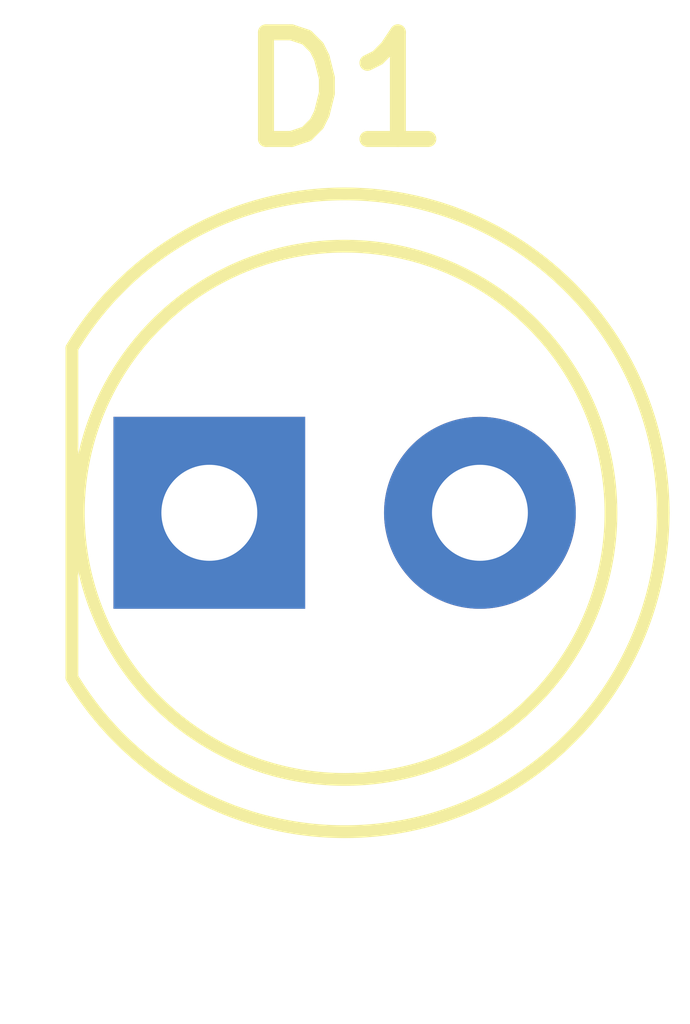
<source format=kicad_pcb>
(kicad_pcb (version 20241229) (generator "pcbnew") (generator_version "9.0")
  (layers (0 "F.Cu" signal) (2 "B.Cu" signal) (13 "F.Paste" user) (15 "B.Paste" user) (5 "F.SilkS" user "F.Silkscreen") (7 "B.SilkS" user "B.Silkscreen") (1 "F.Mask" user) (3 "B.Mask" user) (25 "Edge.Cuts" user))
  (net 0 "")
  (footprint "LED_THT:LED_D5.0mm" (layer "F.Cu") (at 141.96 89)
    (property "Reference" "D1" (at 1.27 -3.96 0) (layer "F.SilkS"))
    (property "Value" "LED")
    (fp_line (start -1.29 -1.545) (end -1.29 1.545) (stroke (width 0.12)) (layer "F.SilkS"))
    (fp_arc (start -1.29 -1.54483) (mid 2.071779 -2.880495) (end 4.26 0) (stroke (width 0.12)) (layer "F.SilkS"))
    (fp_arc (start 4.26 0) (mid 2.071779 2.880495) (end -1.29 1.54483) (stroke (width 0.12)) (layer "F.SilkS"))
    (fp_circle (center 1.27 0) (end 3.77 0) (stroke (width 0.12)) (fill no) (layer "F.SilkS"))
    (pad "1" thru_hole rect (at 0 0) (size 1.8 1.8) (drill 0.9) (layers "*.Cu" "*.Mask"))
    (pad "2" thru_hole circle (at 2.54 0) (size 1.8 1.8) (drill 0.9) (layers "*.Cu" "*.Mask"))
  )
)
</source>
